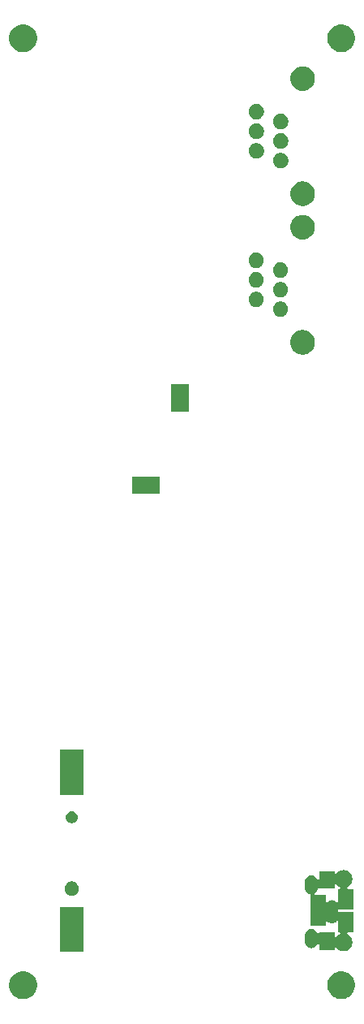
<source format=gbr>
G04 #@! TF.GenerationSoftware,KiCad,Pcbnew,(5.0.0)*
G04 #@! TF.CreationDate,2018-12-20T12:11:05-05:00*
G04 #@! TF.ProjectId,fk-weather,666B2D776561746865722E6B69636164,0.1*
G04 #@! TF.SameCoordinates,PX791ddc0PY791ddc0*
G04 #@! TF.FileFunction,Soldermask,Bot*
G04 #@! TF.FilePolarity,Negative*
%FSLAX46Y46*%
G04 Gerber Fmt 4.6, Leading zero omitted, Abs format (unit mm)*
G04 Created by KiCad (PCBNEW (5.0.0)) date 12/20/18 12:11:05*
%MOMM*%
%LPD*%
G01*
G04 APERTURE LIST*
%ADD10C,0.100000*%
G04 APERTURE END LIST*
D10*
G36*
X-6818474Y-69729429D02*
X-6608139Y-69771267D01*
X-6343964Y-69880691D01*
X-6106214Y-70039551D01*
X-5904023Y-70241742D01*
X-5745163Y-70479492D01*
X-5635739Y-70743667D01*
X-5579955Y-71024113D01*
X-5579955Y-71310053D01*
X-5635739Y-71590499D01*
X-5745163Y-71854674D01*
X-5904023Y-72092424D01*
X-6106214Y-72294615D01*
X-6343964Y-72453475D01*
X-6608139Y-72562899D01*
X-6818473Y-72604737D01*
X-6888584Y-72618683D01*
X-7174526Y-72618683D01*
X-7244637Y-72604737D01*
X-7454971Y-72562899D01*
X-7719146Y-72453475D01*
X-7956896Y-72294615D01*
X-8159087Y-72092424D01*
X-8317947Y-71854674D01*
X-8427371Y-71590499D01*
X-8483155Y-71310053D01*
X-8483155Y-71024113D01*
X-8427371Y-70743667D01*
X-8317947Y-70479492D01*
X-8159087Y-70241742D01*
X-7956896Y-70039551D01*
X-7719146Y-69880691D01*
X-7454971Y-69771267D01*
X-7244637Y-69729429D01*
X-7174526Y-69715483D01*
X-6888584Y-69715483D01*
X-6818474Y-69729429D01*
X-6818474Y-69729429D01*
G37*
G36*
X-40048474Y-69729429D02*
X-39838139Y-69771267D01*
X-39573964Y-69880691D01*
X-39336214Y-70039551D01*
X-39134023Y-70241742D01*
X-38975163Y-70479492D01*
X-38865739Y-70743667D01*
X-38809955Y-71024113D01*
X-38809955Y-71310053D01*
X-38865739Y-71590499D01*
X-38975163Y-71854674D01*
X-39134023Y-72092424D01*
X-39336214Y-72294615D01*
X-39573964Y-72453475D01*
X-39838139Y-72562899D01*
X-40048473Y-72604737D01*
X-40118584Y-72618683D01*
X-40404526Y-72618683D01*
X-40474637Y-72604737D01*
X-40684971Y-72562899D01*
X-40949146Y-72453475D01*
X-41186896Y-72294615D01*
X-41389087Y-72092424D01*
X-41547947Y-71854674D01*
X-41657371Y-71590499D01*
X-41713155Y-71310053D01*
X-41713155Y-71024113D01*
X-41657371Y-70743667D01*
X-41547947Y-70479492D01*
X-41389087Y-70241742D01*
X-41186896Y-70039551D01*
X-40949146Y-69880691D01*
X-40684971Y-69771267D01*
X-40474637Y-69729429D01*
X-40404526Y-69715483D01*
X-40118584Y-69715483D01*
X-40048474Y-69729429D01*
X-40048474Y-69729429D01*
G37*
G36*
X-33927400Y-67701600D02*
X-36430600Y-67701600D01*
X-36430600Y-62998400D01*
X-33927400Y-62998400D01*
X-33927400Y-67701600D01*
X-33927400Y-67701600D01*
G37*
G36*
X-6601059Y-59173945D02*
X-6601056Y-59173946D01*
X-6431103Y-59225500D01*
X-6274474Y-59309220D01*
X-6274472Y-59309221D01*
X-6274473Y-59309221D01*
X-6137188Y-59421888D01*
X-6024519Y-59559174D01*
X-5940802Y-59715799D01*
X-5889245Y-59885760D01*
X-5876200Y-60018209D01*
X-5876200Y-60157792D01*
X-5889245Y-60290241D01*
X-5889246Y-60290243D01*
X-5889246Y-60290244D01*
X-5940800Y-60460197D01*
X-6024520Y-60616826D01*
X-6051026Y-60649124D01*
X-6137188Y-60754112D01*
X-6274473Y-60866779D01*
X-6338794Y-60901160D01*
X-6359168Y-60914774D01*
X-6376495Y-60932101D01*
X-6390109Y-60952475D01*
X-6399487Y-60975114D01*
X-6404267Y-60999148D01*
X-6404267Y-61023652D01*
X-6399487Y-61047686D01*
X-6390109Y-61070325D01*
X-6376495Y-61090699D01*
X-6359168Y-61108026D01*
X-6338794Y-61121640D01*
X-6316155Y-61131018D01*
X-6279869Y-61136400D01*
X-5726200Y-61136400D01*
X-5726200Y-63239600D01*
X-7233400Y-63239600D01*
X-7257786Y-63242002D01*
X-7281235Y-63249115D01*
X-7302846Y-63260666D01*
X-7321788Y-63276212D01*
X-7337334Y-63295154D01*
X-7348885Y-63316765D01*
X-7355998Y-63340214D01*
X-7358400Y-63364600D01*
X-7358400Y-63411400D01*
X-7355998Y-63435786D01*
X-7348885Y-63459235D01*
X-7337334Y-63480846D01*
X-7321788Y-63499788D01*
X-7302846Y-63515334D01*
X-7281235Y-63526885D01*
X-7257786Y-63533998D01*
X-7233400Y-63536400D01*
X-5726200Y-63536400D01*
X-5726200Y-65639600D01*
X-6279869Y-65639600D01*
X-6304255Y-65642002D01*
X-6327704Y-65649115D01*
X-6349315Y-65660666D01*
X-6368257Y-65676212D01*
X-6383803Y-65695154D01*
X-6395354Y-65716765D01*
X-6402467Y-65740214D01*
X-6404869Y-65764600D01*
X-6402467Y-65788986D01*
X-6395354Y-65812435D01*
X-6383803Y-65834046D01*
X-6368257Y-65852988D01*
X-6338794Y-65874840D01*
X-6274474Y-65909220D01*
X-6274472Y-65909221D01*
X-6274473Y-65909221D01*
X-6137188Y-66021888D01*
X-6024519Y-66159174D01*
X-5940802Y-66315799D01*
X-5889245Y-66485760D01*
X-5876200Y-66618209D01*
X-5876200Y-66757792D01*
X-5889245Y-66890241D01*
X-5889246Y-66890243D01*
X-5889246Y-66890244D01*
X-5940800Y-67060197D01*
X-6024520Y-67216826D01*
X-6067748Y-67269499D01*
X-6137188Y-67354112D01*
X-6274474Y-67466781D01*
X-6431099Y-67550498D01*
X-6431102Y-67550499D01*
X-6431104Y-67550500D01*
X-6574385Y-67593963D01*
X-6601060Y-67602055D01*
X-6777800Y-67619462D01*
X-6954541Y-67602055D01*
X-6986182Y-67592457D01*
X-7124497Y-67550500D01*
X-7281126Y-67466780D01*
X-7418412Y-67354112D01*
X-7504574Y-67249124D01*
X-7521901Y-67231797D01*
X-7542276Y-67218183D01*
X-7564915Y-67208805D01*
X-7588948Y-67204025D01*
X-7613452Y-67204025D01*
X-7637486Y-67208805D01*
X-7660125Y-67218183D01*
X-7680499Y-67231797D01*
X-7697826Y-67249124D01*
X-7711440Y-67269499D01*
X-7720818Y-67292138D01*
X-7726200Y-67328423D01*
X-7726200Y-67489600D01*
X-9329400Y-67489600D01*
X-9329400Y-66977359D01*
X-9331802Y-66952973D01*
X-9338915Y-66929524D01*
X-9350466Y-66907913D01*
X-9366012Y-66888971D01*
X-9384954Y-66873425D01*
X-9406565Y-66861874D01*
X-9430014Y-66854761D01*
X-9454400Y-66852359D01*
X-9478786Y-66854761D01*
X-9502235Y-66861874D01*
X-9523846Y-66873425D01*
X-9542788Y-66888971D01*
X-9564640Y-66918434D01*
X-9615594Y-67013761D01*
X-9697020Y-67112980D01*
X-9796239Y-67194406D01*
X-9909437Y-67254912D01*
X-10032264Y-67292171D01*
X-10032265Y-67292171D01*
X-10032268Y-67292172D01*
X-10160000Y-67304752D01*
X-10287731Y-67292172D01*
X-10287734Y-67292171D01*
X-10287735Y-67292171D01*
X-10410562Y-67254912D01*
X-10523760Y-67194406D01*
X-10622979Y-67112980D01*
X-10704405Y-67013761D01*
X-10764912Y-66900563D01*
X-10764913Y-66900561D01*
X-10802172Y-66777737D01*
X-10811600Y-66682006D01*
X-10811600Y-65917995D01*
X-10802172Y-65822269D01*
X-10802171Y-65822265D01*
X-10764912Y-65699438D01*
X-10755359Y-65681566D01*
X-10704406Y-65586239D01*
X-10622982Y-65487022D01*
X-10622980Y-65487020D01*
X-10523761Y-65405594D01*
X-10410563Y-65345088D01*
X-10287736Y-65307829D01*
X-10287735Y-65307829D01*
X-10287732Y-65307828D01*
X-10160000Y-65295248D01*
X-10032269Y-65307828D01*
X-10032266Y-65307829D01*
X-10032265Y-65307829D01*
X-9909438Y-65345088D01*
X-9909436Y-65345089D01*
X-9796239Y-65405594D01*
X-9697022Y-65487018D01*
X-9697020Y-65487020D01*
X-9615594Y-65586239D01*
X-9615593Y-65586241D01*
X-9564640Y-65681566D01*
X-9551026Y-65701940D01*
X-9533699Y-65719268D01*
X-9513324Y-65732881D01*
X-9490685Y-65742259D01*
X-9466652Y-65747039D01*
X-9442147Y-65747039D01*
X-9418114Y-65742258D01*
X-9395475Y-65732881D01*
X-9375101Y-65719267D01*
X-9357773Y-65701940D01*
X-9347390Y-65686400D01*
X-7726200Y-65686400D01*
X-7726200Y-66047577D01*
X-7723798Y-66071963D01*
X-7716685Y-66095412D01*
X-7705134Y-66117023D01*
X-7689588Y-66135965D01*
X-7670646Y-66151511D01*
X-7649035Y-66163062D01*
X-7625586Y-66170175D01*
X-7601200Y-66172577D01*
X-7576814Y-66170175D01*
X-7553365Y-66163062D01*
X-7531754Y-66151511D01*
X-7504574Y-66126876D01*
X-7418412Y-66021888D01*
X-7281127Y-65909221D01*
X-7216806Y-65874840D01*
X-7196432Y-65861226D01*
X-7179105Y-65843899D01*
X-7165491Y-65823525D01*
X-7156113Y-65800886D01*
X-7151333Y-65776852D01*
X-7151333Y-65752348D01*
X-7156113Y-65728314D01*
X-7165491Y-65705675D01*
X-7179105Y-65685301D01*
X-7196432Y-65667974D01*
X-7216806Y-65654360D01*
X-7239445Y-65644982D01*
X-7275731Y-65639600D01*
X-7329400Y-65639600D01*
X-7329400Y-64597161D01*
X-7331802Y-64572775D01*
X-7338915Y-64549326D01*
X-7350466Y-64527715D01*
X-7366012Y-64508773D01*
X-7384954Y-64493227D01*
X-7406565Y-64481676D01*
X-7430014Y-64474563D01*
X-7454400Y-64472161D01*
X-7478786Y-64474563D01*
X-7502235Y-64481676D01*
X-7523846Y-64493227D01*
X-7537298Y-64505419D01*
X-7537503Y-64505169D01*
X-7547018Y-64512978D01*
X-7547020Y-64512980D01*
X-7646239Y-64594406D01*
X-7759437Y-64654912D01*
X-7882264Y-64692171D01*
X-7882265Y-64692171D01*
X-7882268Y-64692172D01*
X-8010000Y-64704752D01*
X-8137731Y-64692172D01*
X-8137734Y-64692171D01*
X-8137735Y-64692171D01*
X-8260562Y-64654912D01*
X-8373760Y-64594406D01*
X-8466901Y-64517968D01*
X-8487276Y-64504354D01*
X-8509915Y-64494976D01*
X-8533948Y-64490196D01*
X-8558452Y-64490196D01*
X-8582486Y-64494977D01*
X-8605125Y-64504354D01*
X-8625499Y-64517968D01*
X-8642826Y-64535295D01*
X-8656440Y-64555670D01*
X-8665818Y-64578309D01*
X-8671200Y-64614594D01*
X-8671200Y-64989600D01*
X-10224400Y-64989600D01*
X-10224400Y-61804090D01*
X-10226802Y-61779704D01*
X-10233915Y-61756255D01*
X-10245466Y-61734644D01*
X-10261012Y-61715702D01*
X-10279954Y-61700156D01*
X-10301565Y-61688605D01*
X-10313115Y-61684472D01*
X-10315320Y-61683803D01*
X-10348784Y-61673652D01*
X-10410563Y-61654912D01*
X-10421346Y-61649148D01*
X-9805230Y-61649148D01*
X-9805230Y-61673652D01*
X-9800450Y-61697685D01*
X-9791072Y-61720324D01*
X-9777458Y-61740699D01*
X-9760131Y-61758026D01*
X-9739757Y-61771640D01*
X-9717118Y-61781017D01*
X-9693084Y-61785798D01*
X-9680832Y-61786400D01*
X-8671200Y-61786400D01*
X-8671200Y-62385405D01*
X-8668798Y-62409791D01*
X-8661685Y-62433240D01*
X-8650134Y-62454851D01*
X-8634588Y-62473793D01*
X-8615646Y-62489339D01*
X-8594035Y-62500890D01*
X-8570586Y-62508003D01*
X-8546200Y-62510405D01*
X-8521814Y-62508003D01*
X-8498365Y-62500890D01*
X-8466905Y-62482034D01*
X-8373761Y-62405594D01*
X-8260563Y-62345088D01*
X-8137736Y-62307829D01*
X-8137735Y-62307829D01*
X-8137732Y-62307828D01*
X-8010000Y-62295248D01*
X-7882269Y-62307828D01*
X-7882266Y-62307829D01*
X-7882265Y-62307829D01*
X-7759438Y-62345088D01*
X-7759436Y-62345089D01*
X-7646239Y-62405594D01*
X-7605385Y-62439122D01*
X-7552971Y-62482136D01*
X-7542139Y-62491026D01*
X-7533697Y-62499467D01*
X-7513322Y-62513080D01*
X-7490683Y-62522457D01*
X-7466650Y-62527237D01*
X-7442145Y-62527237D01*
X-7418112Y-62522456D01*
X-7395473Y-62513078D01*
X-7375099Y-62499464D01*
X-7357772Y-62482136D01*
X-7344159Y-62461761D01*
X-7334782Y-62439122D01*
X-7329400Y-62402839D01*
X-7329400Y-61136400D01*
X-7275731Y-61136400D01*
X-7251345Y-61133998D01*
X-7227896Y-61126885D01*
X-7206285Y-61115334D01*
X-7187343Y-61099788D01*
X-7171797Y-61080846D01*
X-7160246Y-61059235D01*
X-7153133Y-61035786D01*
X-7150731Y-61011400D01*
X-7153133Y-60987014D01*
X-7160246Y-60963565D01*
X-7171797Y-60941954D01*
X-7187343Y-60923012D01*
X-7216806Y-60901160D01*
X-7254960Y-60880766D01*
X-7281126Y-60866780D01*
X-7418412Y-60754112D01*
X-7426724Y-60743984D01*
X-7504574Y-60649124D01*
X-7521901Y-60631797D01*
X-7542276Y-60618183D01*
X-7564915Y-60608805D01*
X-7588948Y-60604025D01*
X-7613452Y-60604025D01*
X-7637486Y-60608805D01*
X-7660125Y-60618183D01*
X-7680499Y-60631797D01*
X-7697826Y-60649124D01*
X-7711440Y-60669499D01*
X-7720818Y-60692138D01*
X-7726200Y-60728423D01*
X-7726200Y-61089600D01*
X-9398386Y-61089600D01*
X-9422772Y-61092002D01*
X-9446221Y-61099115D01*
X-9467832Y-61110666D01*
X-9486774Y-61126212D01*
X-9502320Y-61145154D01*
X-9518003Y-61178314D01*
X-9555087Y-61300561D01*
X-9555088Y-61300563D01*
X-9615594Y-61413761D01*
X-9697020Y-61512980D01*
X-9697022Y-61512981D01*
X-9697023Y-61512983D01*
X-9760131Y-61564774D01*
X-9777458Y-61582101D01*
X-9791072Y-61602475D01*
X-9800449Y-61625114D01*
X-9805230Y-61649148D01*
X-10421346Y-61649148D01*
X-10523758Y-61594407D01*
X-10523760Y-61594406D01*
X-10622979Y-61512980D01*
X-10704405Y-61413761D01*
X-10764912Y-61300563D01*
X-10764913Y-61300561D01*
X-10802172Y-61177737D01*
X-10811600Y-61082006D01*
X-10811600Y-60317995D01*
X-10802172Y-60222269D01*
X-10802171Y-60222265D01*
X-10764912Y-60099438D01*
X-10704407Y-59986241D01*
X-10704406Y-59986239D01*
X-10622982Y-59887022D01*
X-10622980Y-59887020D01*
X-10523761Y-59805594D01*
X-10410563Y-59745088D01*
X-10287736Y-59707829D01*
X-10287735Y-59707829D01*
X-10287732Y-59707828D01*
X-10160000Y-59695248D01*
X-10032269Y-59707828D01*
X-10032266Y-59707829D01*
X-10032265Y-59707829D01*
X-9909438Y-59745088D01*
X-9909436Y-59745089D01*
X-9796239Y-59805594D01*
X-9698560Y-59885756D01*
X-9697020Y-59887020D01*
X-9615594Y-59986239D01*
X-9615593Y-59986241D01*
X-9564640Y-60081566D01*
X-9551026Y-60101940D01*
X-9533699Y-60119268D01*
X-9513324Y-60132881D01*
X-9490685Y-60142259D01*
X-9466652Y-60147039D01*
X-9442147Y-60147039D01*
X-9418114Y-60142258D01*
X-9395475Y-60132881D01*
X-9375101Y-60119267D01*
X-9357773Y-60101940D01*
X-9344160Y-60081565D01*
X-9334782Y-60058926D01*
X-9329400Y-60022641D01*
X-9329400Y-59286400D01*
X-7726200Y-59286400D01*
X-7726200Y-59447577D01*
X-7723798Y-59471963D01*
X-7716685Y-59495412D01*
X-7705134Y-59517023D01*
X-7689588Y-59535965D01*
X-7670646Y-59551511D01*
X-7649035Y-59563062D01*
X-7625586Y-59570175D01*
X-7601200Y-59572577D01*
X-7576814Y-59570175D01*
X-7553365Y-59563062D01*
X-7531754Y-59551511D01*
X-7504574Y-59526876D01*
X-7418412Y-59421888D01*
X-7281126Y-59309219D01*
X-7124501Y-59225502D01*
X-7124498Y-59225501D01*
X-7124496Y-59225500D01*
X-6954543Y-59173946D01*
X-6954540Y-59173945D01*
X-6777800Y-59156538D01*
X-6601059Y-59173945D01*
X-6601059Y-59173945D01*
G37*
G36*
X-34959766Y-60377283D02*
X-34822984Y-60433940D01*
X-34699883Y-60516194D01*
X-34595194Y-60620883D01*
X-34512940Y-60743984D01*
X-34456283Y-60880766D01*
X-34427400Y-61025974D01*
X-34427400Y-61174026D01*
X-34456283Y-61319234D01*
X-34512940Y-61456016D01*
X-34595194Y-61579117D01*
X-34699883Y-61683806D01*
X-34822984Y-61766060D01*
X-34959766Y-61822717D01*
X-35104974Y-61851600D01*
X-35253026Y-61851600D01*
X-35398234Y-61822717D01*
X-35535016Y-61766060D01*
X-35658117Y-61683806D01*
X-35762806Y-61579117D01*
X-35845060Y-61456016D01*
X-35901717Y-61319234D01*
X-35930600Y-61174026D01*
X-35930600Y-61025974D01*
X-35901717Y-60880766D01*
X-35845060Y-60743984D01*
X-35762806Y-60620883D01*
X-35658117Y-60516194D01*
X-35535016Y-60433940D01*
X-35398234Y-60377283D01*
X-35253026Y-60348400D01*
X-35104974Y-60348400D01*
X-34959766Y-60377283D01*
X-34959766Y-60377283D01*
G37*
G36*
X-34996227Y-53047479D02*
X-34882193Y-53094714D01*
X-34779565Y-53163288D01*
X-34692288Y-53250565D01*
X-34623714Y-53353193D01*
X-34576479Y-53467227D01*
X-34552400Y-53588284D01*
X-34552400Y-53711716D01*
X-34576479Y-53832773D01*
X-34623714Y-53946807D01*
X-34692288Y-54049435D01*
X-34779565Y-54136712D01*
X-34882193Y-54205286D01*
X-34996227Y-54252521D01*
X-35117284Y-54276600D01*
X-35240716Y-54276600D01*
X-35361773Y-54252521D01*
X-35475807Y-54205286D01*
X-35578435Y-54136712D01*
X-35665712Y-54049435D01*
X-35734286Y-53946807D01*
X-35781521Y-53832773D01*
X-35805600Y-53711716D01*
X-35805600Y-53588284D01*
X-35781521Y-53467227D01*
X-35734286Y-53353193D01*
X-35665712Y-53250565D01*
X-35578435Y-53163288D01*
X-35475807Y-53094714D01*
X-35361773Y-53047479D01*
X-35240716Y-53023400D01*
X-35117284Y-53023400D01*
X-34996227Y-53047479D01*
X-34996227Y-53047479D01*
G37*
G36*
X-33927400Y-51301600D02*
X-36430600Y-51301600D01*
X-36430600Y-46598400D01*
X-33927400Y-46598400D01*
X-33927400Y-51301600D01*
X-33927400Y-51301600D01*
G37*
G36*
X-25984200Y-19926300D02*
X-28879800Y-19926300D01*
X-28879800Y-18122900D01*
X-25984200Y-18122900D01*
X-25984200Y-19926300D01*
X-25984200Y-19926300D01*
G37*
G36*
X-22974300Y-11353800D02*
X-24777700Y-11353800D01*
X-24777700Y-8458200D01*
X-22974300Y-8458200D01*
X-22974300Y-11353800D01*
X-22974300Y-11353800D01*
G37*
G36*
X-10826944Y-2875694D02*
X-10703143Y-2900319D01*
X-10606534Y-2940336D01*
X-10469908Y-2996928D01*
X-10259997Y-3137186D01*
X-10081490Y-3315693D01*
X-9941232Y-3525604D01*
X-9844623Y-3758840D01*
X-9795372Y-4006440D01*
X-9795372Y-4258896D01*
X-9844623Y-4506496D01*
X-9941232Y-4739732D01*
X-10081490Y-4949643D01*
X-10259997Y-5128150D01*
X-10469908Y-5268408D01*
X-10606534Y-5325000D01*
X-10703143Y-5365017D01*
X-10826944Y-5389642D01*
X-10950744Y-5414268D01*
X-11203200Y-5414268D01*
X-11327000Y-5389642D01*
X-11450801Y-5365017D01*
X-11547410Y-5325000D01*
X-11684036Y-5268408D01*
X-11893947Y-5128150D01*
X-12072454Y-4949643D01*
X-12212712Y-4739732D01*
X-12309321Y-4506496D01*
X-12358572Y-4258896D01*
X-12358572Y-4006440D01*
X-12309321Y-3758840D01*
X-12212712Y-3525604D01*
X-12072454Y-3315693D01*
X-11893947Y-3137186D01*
X-11684036Y-2996928D01*
X-11547410Y-2940336D01*
X-11450801Y-2900319D01*
X-11327000Y-2875694D01*
X-11203200Y-2851068D01*
X-10950744Y-2851068D01*
X-10826944Y-2875694D01*
X-10826944Y-2875694D01*
G37*
G36*
X-13259304Y111231D02*
X-13143154Y88127D01*
X-12997272Y27701D01*
X-12865982Y-60024D01*
X-12754328Y-171678D01*
X-12666603Y-302968D01*
X-12606177Y-448850D01*
X-12575372Y-603717D01*
X-12575372Y-761619D01*
X-12606177Y-916486D01*
X-12666603Y-1062368D01*
X-12754328Y-1193658D01*
X-12865982Y-1305312D01*
X-12997272Y-1393037D01*
X-13143154Y-1453463D01*
X-13259304Y-1476567D01*
X-13298020Y-1484268D01*
X-13455924Y-1484268D01*
X-13494640Y-1476567D01*
X-13610790Y-1453463D01*
X-13756672Y-1393037D01*
X-13887962Y-1305312D01*
X-13999616Y-1193658D01*
X-14087341Y-1062368D01*
X-14147767Y-916486D01*
X-14178572Y-761619D01*
X-14178572Y-603717D01*
X-14147767Y-448850D01*
X-14087341Y-302968D01*
X-13999616Y-171678D01*
X-13887962Y-60024D01*
X-13756672Y27701D01*
X-13610790Y88127D01*
X-13494640Y111231D01*
X-13455924Y118932D01*
X-13298020Y118932D01*
X-13259304Y111231D01*
X-13259304Y111231D01*
G37*
G36*
X-15799304Y1131231D02*
X-15683154Y1108127D01*
X-15537272Y1047701D01*
X-15405982Y959976D01*
X-15294328Y848322D01*
X-15206603Y717032D01*
X-15146177Y571150D01*
X-15115372Y416283D01*
X-15115372Y258381D01*
X-15146177Y103514D01*
X-15206603Y-42368D01*
X-15294328Y-173658D01*
X-15405982Y-285312D01*
X-15537272Y-373037D01*
X-15683154Y-433463D01*
X-15799304Y-456567D01*
X-15838020Y-464268D01*
X-15995924Y-464268D01*
X-16034640Y-456567D01*
X-16150790Y-433463D01*
X-16296672Y-373037D01*
X-16427962Y-285312D01*
X-16539616Y-173658D01*
X-16627341Y-42368D01*
X-16687767Y103514D01*
X-16718572Y258381D01*
X-16718572Y416283D01*
X-16687767Y571150D01*
X-16627341Y717032D01*
X-16539616Y848322D01*
X-16427962Y959976D01*
X-16296672Y1047701D01*
X-16150790Y1108127D01*
X-16034640Y1131231D01*
X-15995924Y1138932D01*
X-15838020Y1138932D01*
X-15799304Y1131231D01*
X-15799304Y1131231D01*
G37*
G36*
X-13259304Y2151231D02*
X-13143154Y2128127D01*
X-12997272Y2067701D01*
X-12865982Y1979976D01*
X-12754328Y1868322D01*
X-12666603Y1737032D01*
X-12606177Y1591150D01*
X-12575372Y1436283D01*
X-12575372Y1278381D01*
X-12606177Y1123514D01*
X-12666603Y977632D01*
X-12754328Y846342D01*
X-12865982Y734688D01*
X-12997272Y646963D01*
X-13143154Y586537D01*
X-13259304Y563433D01*
X-13298020Y555732D01*
X-13455924Y555732D01*
X-13494640Y563433D01*
X-13610790Y586537D01*
X-13756672Y646963D01*
X-13887962Y734688D01*
X-13999616Y846342D01*
X-14087341Y977632D01*
X-14147767Y1123514D01*
X-14178572Y1278381D01*
X-14178572Y1436283D01*
X-14147767Y1591150D01*
X-14087341Y1737032D01*
X-13999616Y1868322D01*
X-13887962Y1979976D01*
X-13756672Y2067701D01*
X-13610790Y2128127D01*
X-13494640Y2151231D01*
X-13455924Y2158932D01*
X-13298020Y2158932D01*
X-13259304Y2151231D01*
X-13259304Y2151231D01*
G37*
G36*
X-15799304Y3171231D02*
X-15683154Y3148127D01*
X-15537272Y3087701D01*
X-15405982Y2999976D01*
X-15294328Y2888322D01*
X-15206603Y2757032D01*
X-15146177Y2611150D01*
X-15115372Y2456283D01*
X-15115372Y2298381D01*
X-15146177Y2143514D01*
X-15206603Y1997632D01*
X-15294328Y1866342D01*
X-15405982Y1754688D01*
X-15537272Y1666963D01*
X-15683154Y1606537D01*
X-15799304Y1583433D01*
X-15838020Y1575732D01*
X-15995924Y1575732D01*
X-16034640Y1583433D01*
X-16150790Y1606537D01*
X-16296672Y1666963D01*
X-16427962Y1754688D01*
X-16539616Y1866342D01*
X-16627341Y1997632D01*
X-16687767Y2143514D01*
X-16718572Y2298381D01*
X-16718572Y2456283D01*
X-16687767Y2611150D01*
X-16627341Y2757032D01*
X-16539616Y2888322D01*
X-16427962Y2999976D01*
X-16296672Y3087701D01*
X-16150790Y3148127D01*
X-16034640Y3171231D01*
X-15995924Y3178932D01*
X-15838020Y3178932D01*
X-15799304Y3171231D01*
X-15799304Y3171231D01*
G37*
G36*
X-13259304Y4191231D02*
X-13143154Y4168127D01*
X-12997272Y4107701D01*
X-12865982Y4019976D01*
X-12754328Y3908322D01*
X-12666603Y3777032D01*
X-12606177Y3631150D01*
X-12575372Y3476283D01*
X-12575372Y3318381D01*
X-12606177Y3163514D01*
X-12666603Y3017632D01*
X-12754328Y2886342D01*
X-12865982Y2774688D01*
X-12997272Y2686963D01*
X-13143154Y2626537D01*
X-13259304Y2603433D01*
X-13298020Y2595732D01*
X-13455924Y2595732D01*
X-13494640Y2603433D01*
X-13610790Y2626537D01*
X-13756672Y2686963D01*
X-13887962Y2774688D01*
X-13999616Y2886342D01*
X-14087341Y3017632D01*
X-14147767Y3163514D01*
X-14178572Y3318381D01*
X-14178572Y3476283D01*
X-14147767Y3631150D01*
X-14087341Y3777032D01*
X-13999616Y3908322D01*
X-13887962Y4019976D01*
X-13756672Y4107701D01*
X-13610790Y4168127D01*
X-13494640Y4191231D01*
X-13455924Y4198932D01*
X-13298020Y4198932D01*
X-13259304Y4191231D01*
X-13259304Y4191231D01*
G37*
G36*
X-15799304Y5211231D02*
X-15683154Y5188127D01*
X-15537272Y5127701D01*
X-15405982Y5039976D01*
X-15294328Y4928322D01*
X-15206603Y4797032D01*
X-15146177Y4651150D01*
X-15115372Y4496283D01*
X-15115372Y4338381D01*
X-15146177Y4183514D01*
X-15206603Y4037632D01*
X-15294328Y3906342D01*
X-15405982Y3794688D01*
X-15537272Y3706963D01*
X-15683154Y3646537D01*
X-15799304Y3623433D01*
X-15838020Y3615732D01*
X-15995924Y3615732D01*
X-16034640Y3623433D01*
X-16150790Y3646537D01*
X-16296672Y3706963D01*
X-16427962Y3794688D01*
X-16539616Y3906342D01*
X-16627341Y4037632D01*
X-16687767Y4183514D01*
X-16718572Y4338381D01*
X-16718572Y4496283D01*
X-16687767Y4651150D01*
X-16627341Y4797032D01*
X-16539616Y4928322D01*
X-16427962Y5039976D01*
X-16296672Y5127701D01*
X-16150790Y5188127D01*
X-16034640Y5211231D01*
X-15995924Y5218932D01*
X-15838020Y5218932D01*
X-15799304Y5211231D01*
X-15799304Y5211231D01*
G37*
G36*
X-10826944Y9124306D02*
X-10703143Y9099681D01*
X-10606534Y9059664D01*
X-10469908Y9003072D01*
X-10259997Y8862814D01*
X-10081490Y8684307D01*
X-9941232Y8474396D01*
X-9844623Y8241160D01*
X-9795372Y7993560D01*
X-9795372Y7741104D01*
X-9844623Y7493504D01*
X-9941232Y7260268D01*
X-10081490Y7050357D01*
X-10259997Y6871850D01*
X-10469908Y6731592D01*
X-10606534Y6675000D01*
X-10703143Y6634983D01*
X-10826944Y6610357D01*
X-10950744Y6585732D01*
X-11203200Y6585732D01*
X-11327000Y6610357D01*
X-11450801Y6634983D01*
X-11547410Y6675000D01*
X-11684036Y6731592D01*
X-11893947Y6871850D01*
X-12072454Y7050357D01*
X-12212712Y7260268D01*
X-12309321Y7493504D01*
X-12358572Y7741104D01*
X-12358572Y7993560D01*
X-12309321Y8241160D01*
X-12212712Y8474396D01*
X-12072454Y8684307D01*
X-11893947Y8862814D01*
X-11684036Y9003072D01*
X-11547410Y9059664D01*
X-11450801Y9099681D01*
X-11327000Y9124306D01*
X-11203200Y9148932D01*
X-10950744Y9148932D01*
X-10826944Y9124306D01*
X-10826944Y9124306D01*
G37*
G36*
X-10812944Y12624306D02*
X-10689143Y12599681D01*
X-10592534Y12559664D01*
X-10455908Y12503072D01*
X-10245997Y12362814D01*
X-10067490Y12184307D01*
X-9927232Y11974396D01*
X-9830623Y11741160D01*
X-9781372Y11493560D01*
X-9781372Y11241104D01*
X-9830623Y10993504D01*
X-9927232Y10760268D01*
X-10067490Y10550357D01*
X-10245997Y10371850D01*
X-10455908Y10231592D01*
X-10592534Y10175000D01*
X-10689143Y10134983D01*
X-10812944Y10110358D01*
X-10936744Y10085732D01*
X-11189200Y10085732D01*
X-11313000Y10110358D01*
X-11436801Y10134983D01*
X-11533410Y10175000D01*
X-11670036Y10231592D01*
X-11879947Y10371850D01*
X-12058454Y10550357D01*
X-12198712Y10760268D01*
X-12295321Y10993504D01*
X-12344572Y11241104D01*
X-12344572Y11493560D01*
X-12295321Y11741160D01*
X-12198712Y11974396D01*
X-12058454Y12184307D01*
X-11879947Y12362814D01*
X-11670036Y12503072D01*
X-11533410Y12559664D01*
X-11436801Y12599681D01*
X-11313000Y12624306D01*
X-11189200Y12648932D01*
X-10936744Y12648932D01*
X-10812944Y12624306D01*
X-10812944Y12624306D01*
G37*
G36*
X-13245304Y15611231D02*
X-13129154Y15588127D01*
X-12983272Y15527701D01*
X-12851982Y15439976D01*
X-12740328Y15328322D01*
X-12652603Y15197032D01*
X-12592177Y15051150D01*
X-12561372Y14896283D01*
X-12561372Y14738381D01*
X-12592177Y14583514D01*
X-12652603Y14437632D01*
X-12740328Y14306342D01*
X-12851982Y14194688D01*
X-12983272Y14106963D01*
X-13129154Y14046537D01*
X-13245304Y14023433D01*
X-13284020Y14015732D01*
X-13441924Y14015732D01*
X-13480640Y14023433D01*
X-13596790Y14046537D01*
X-13742672Y14106963D01*
X-13873962Y14194688D01*
X-13985616Y14306342D01*
X-14073341Y14437632D01*
X-14133767Y14583514D01*
X-14164572Y14738381D01*
X-14164572Y14896283D01*
X-14133767Y15051150D01*
X-14073341Y15197032D01*
X-13985616Y15328322D01*
X-13873962Y15439976D01*
X-13742672Y15527701D01*
X-13596790Y15588127D01*
X-13480640Y15611231D01*
X-13441924Y15618932D01*
X-13284020Y15618932D01*
X-13245304Y15611231D01*
X-13245304Y15611231D01*
G37*
G36*
X-15785304Y16631231D02*
X-15669154Y16608127D01*
X-15523272Y16547701D01*
X-15391982Y16459976D01*
X-15280328Y16348322D01*
X-15192603Y16217032D01*
X-15132177Y16071150D01*
X-15101372Y15916283D01*
X-15101372Y15758381D01*
X-15132177Y15603514D01*
X-15192603Y15457632D01*
X-15280328Y15326342D01*
X-15391982Y15214688D01*
X-15523272Y15126963D01*
X-15669154Y15066537D01*
X-15785304Y15043433D01*
X-15824020Y15035732D01*
X-15981924Y15035732D01*
X-16020640Y15043433D01*
X-16136790Y15066537D01*
X-16282672Y15126963D01*
X-16413962Y15214688D01*
X-16525616Y15326342D01*
X-16613341Y15457632D01*
X-16673767Y15603514D01*
X-16704572Y15758381D01*
X-16704572Y15916283D01*
X-16673767Y16071150D01*
X-16613341Y16217032D01*
X-16525616Y16348322D01*
X-16413962Y16459976D01*
X-16282672Y16547701D01*
X-16136790Y16608127D01*
X-16020640Y16631231D01*
X-15981924Y16638932D01*
X-15824020Y16638932D01*
X-15785304Y16631231D01*
X-15785304Y16631231D01*
G37*
G36*
X-13245304Y17651231D02*
X-13129154Y17628127D01*
X-12983272Y17567701D01*
X-12851982Y17479976D01*
X-12740328Y17368322D01*
X-12652603Y17237032D01*
X-12592177Y17091150D01*
X-12561372Y16936283D01*
X-12561372Y16778381D01*
X-12592177Y16623514D01*
X-12652603Y16477632D01*
X-12740328Y16346342D01*
X-12851982Y16234688D01*
X-12983272Y16146963D01*
X-13129154Y16086537D01*
X-13245304Y16063433D01*
X-13284020Y16055732D01*
X-13441924Y16055732D01*
X-13480640Y16063433D01*
X-13596790Y16086537D01*
X-13742672Y16146963D01*
X-13873962Y16234688D01*
X-13985616Y16346342D01*
X-14073341Y16477632D01*
X-14133767Y16623514D01*
X-14164572Y16778381D01*
X-14164572Y16936283D01*
X-14133767Y17091150D01*
X-14073341Y17237032D01*
X-13985616Y17368322D01*
X-13873962Y17479976D01*
X-13742672Y17567701D01*
X-13596790Y17628127D01*
X-13480640Y17651231D01*
X-13441924Y17658932D01*
X-13284020Y17658932D01*
X-13245304Y17651231D01*
X-13245304Y17651231D01*
G37*
G36*
X-15785304Y18671231D02*
X-15669154Y18648127D01*
X-15523272Y18587701D01*
X-15391982Y18499976D01*
X-15280328Y18388322D01*
X-15192603Y18257032D01*
X-15132177Y18111150D01*
X-15101372Y17956283D01*
X-15101372Y17798381D01*
X-15132177Y17643514D01*
X-15192603Y17497632D01*
X-15280328Y17366342D01*
X-15391982Y17254688D01*
X-15523272Y17166963D01*
X-15669154Y17106537D01*
X-15785304Y17083433D01*
X-15824020Y17075732D01*
X-15981924Y17075732D01*
X-16020640Y17083433D01*
X-16136790Y17106537D01*
X-16282672Y17166963D01*
X-16413962Y17254688D01*
X-16525616Y17366342D01*
X-16613341Y17497632D01*
X-16673767Y17643514D01*
X-16704572Y17798381D01*
X-16704572Y17956283D01*
X-16673767Y18111150D01*
X-16613341Y18257032D01*
X-16525616Y18388322D01*
X-16413962Y18499976D01*
X-16282672Y18587701D01*
X-16136790Y18648127D01*
X-16020640Y18671231D01*
X-15981924Y18678932D01*
X-15824020Y18678932D01*
X-15785304Y18671231D01*
X-15785304Y18671231D01*
G37*
G36*
X-13245304Y19691231D02*
X-13129154Y19668127D01*
X-12983272Y19607701D01*
X-12851982Y19519976D01*
X-12740328Y19408322D01*
X-12652603Y19277032D01*
X-12592177Y19131150D01*
X-12561372Y18976283D01*
X-12561372Y18818381D01*
X-12592177Y18663514D01*
X-12652603Y18517632D01*
X-12740328Y18386342D01*
X-12851982Y18274688D01*
X-12983272Y18186963D01*
X-13129154Y18126537D01*
X-13245304Y18103433D01*
X-13284020Y18095732D01*
X-13441924Y18095732D01*
X-13480640Y18103433D01*
X-13596790Y18126537D01*
X-13742672Y18186963D01*
X-13873962Y18274688D01*
X-13985616Y18386342D01*
X-14073341Y18517632D01*
X-14133767Y18663514D01*
X-14164572Y18818381D01*
X-14164572Y18976283D01*
X-14133767Y19131150D01*
X-14073341Y19277032D01*
X-13985616Y19408322D01*
X-13873962Y19519976D01*
X-13742672Y19607701D01*
X-13596790Y19668127D01*
X-13480640Y19691231D01*
X-13441924Y19698932D01*
X-13284020Y19698932D01*
X-13245304Y19691231D01*
X-13245304Y19691231D01*
G37*
G36*
X-15785304Y20711231D02*
X-15669154Y20688127D01*
X-15523272Y20627701D01*
X-15391982Y20539976D01*
X-15280328Y20428322D01*
X-15192603Y20297032D01*
X-15132177Y20151150D01*
X-15101372Y19996283D01*
X-15101372Y19838381D01*
X-15132177Y19683514D01*
X-15192603Y19537632D01*
X-15280328Y19406342D01*
X-15391982Y19294688D01*
X-15523272Y19206963D01*
X-15669154Y19146537D01*
X-15785304Y19123433D01*
X-15824020Y19115732D01*
X-15981924Y19115732D01*
X-16020640Y19123433D01*
X-16136790Y19146537D01*
X-16282672Y19206963D01*
X-16413962Y19294688D01*
X-16525616Y19406342D01*
X-16613341Y19537632D01*
X-16673767Y19683514D01*
X-16704572Y19838381D01*
X-16704572Y19996283D01*
X-16673767Y20151150D01*
X-16613341Y20297032D01*
X-16525616Y20428322D01*
X-16413962Y20539976D01*
X-16282672Y20627701D01*
X-16136790Y20688127D01*
X-16020640Y20711231D01*
X-15981924Y20718932D01*
X-15824020Y20718932D01*
X-15785304Y20711231D01*
X-15785304Y20711231D01*
G37*
G36*
X-10812944Y24624307D02*
X-10689143Y24599681D01*
X-10592534Y24559664D01*
X-10455908Y24503072D01*
X-10245997Y24362814D01*
X-10067490Y24184307D01*
X-9927232Y23974396D01*
X-9830623Y23741160D01*
X-9781372Y23493560D01*
X-9781372Y23241104D01*
X-9830623Y22993504D01*
X-9927232Y22760268D01*
X-10067490Y22550357D01*
X-10245997Y22371850D01*
X-10455908Y22231592D01*
X-10592534Y22175000D01*
X-10689143Y22134983D01*
X-10812944Y22110358D01*
X-10936744Y22085732D01*
X-11189200Y22085732D01*
X-11313000Y22110358D01*
X-11436801Y22134983D01*
X-11533410Y22175000D01*
X-11670036Y22231592D01*
X-11879947Y22371850D01*
X-12058454Y22550357D01*
X-12198712Y22760268D01*
X-12295321Y22993504D01*
X-12344572Y23241104D01*
X-12344572Y23493560D01*
X-12295321Y23741160D01*
X-12198712Y23974396D01*
X-12058454Y24184307D01*
X-11879947Y24362814D01*
X-11670036Y24503072D01*
X-11533410Y24559664D01*
X-11436801Y24599681D01*
X-11313000Y24624307D01*
X-11189200Y24648932D01*
X-10936744Y24648932D01*
X-10812944Y24624307D01*
X-10812944Y24624307D01*
G37*
G36*
X-6818473Y29000571D02*
X-6608139Y28958733D01*
X-6343964Y28849309D01*
X-6106214Y28690449D01*
X-5904023Y28488258D01*
X-5745163Y28250508D01*
X-5635739Y27986333D01*
X-5579955Y27705887D01*
X-5579955Y27419947D01*
X-5635739Y27139501D01*
X-5745163Y26875326D01*
X-5904023Y26637576D01*
X-6106214Y26435385D01*
X-6343964Y26276525D01*
X-6608139Y26167101D01*
X-6818473Y26125263D01*
X-6888584Y26111317D01*
X-7174526Y26111317D01*
X-7244637Y26125263D01*
X-7454971Y26167101D01*
X-7719146Y26276525D01*
X-7956896Y26435385D01*
X-8159087Y26637576D01*
X-8317947Y26875326D01*
X-8427371Y27139501D01*
X-8483155Y27419947D01*
X-8483155Y27705887D01*
X-8427371Y27986333D01*
X-8317947Y28250508D01*
X-8159087Y28488258D01*
X-7956896Y28690449D01*
X-7719146Y28849309D01*
X-7454971Y28958733D01*
X-7244637Y29000571D01*
X-7174526Y29014517D01*
X-6888584Y29014517D01*
X-6818473Y29000571D01*
X-6818473Y29000571D01*
G37*
G36*
X-40048473Y29000571D02*
X-39838139Y28958733D01*
X-39573964Y28849309D01*
X-39336214Y28690449D01*
X-39134023Y28488258D01*
X-38975163Y28250508D01*
X-38865739Y27986333D01*
X-38809955Y27705887D01*
X-38809955Y27419947D01*
X-38865739Y27139501D01*
X-38975163Y26875326D01*
X-39134023Y26637576D01*
X-39336214Y26435385D01*
X-39573964Y26276525D01*
X-39838139Y26167101D01*
X-40048473Y26125263D01*
X-40118584Y26111317D01*
X-40404526Y26111317D01*
X-40474637Y26125263D01*
X-40684971Y26167101D01*
X-40949146Y26276525D01*
X-41186896Y26435385D01*
X-41389087Y26637576D01*
X-41547947Y26875326D01*
X-41657371Y27139501D01*
X-41713155Y27419947D01*
X-41713155Y27705887D01*
X-41657371Y27986333D01*
X-41547947Y28250508D01*
X-41389087Y28488258D01*
X-41186896Y28690449D01*
X-40949146Y28849309D01*
X-40684971Y28958733D01*
X-40474637Y29000571D01*
X-40404526Y29014517D01*
X-40118584Y29014517D01*
X-40048473Y29000571D01*
X-40048473Y29000571D01*
G37*
M02*

</source>
